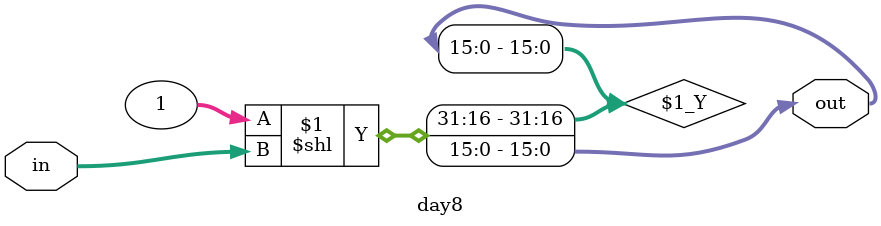
<source format=sv>
module day8#(parameter BIN_W = 4, parameter One_Hot=16)(in,out);
  input [BIN_W-1:0] in;
  output wire [One_Hot-1:0] out;
  
  
  assign out=1<<in;
endmodule

</source>
